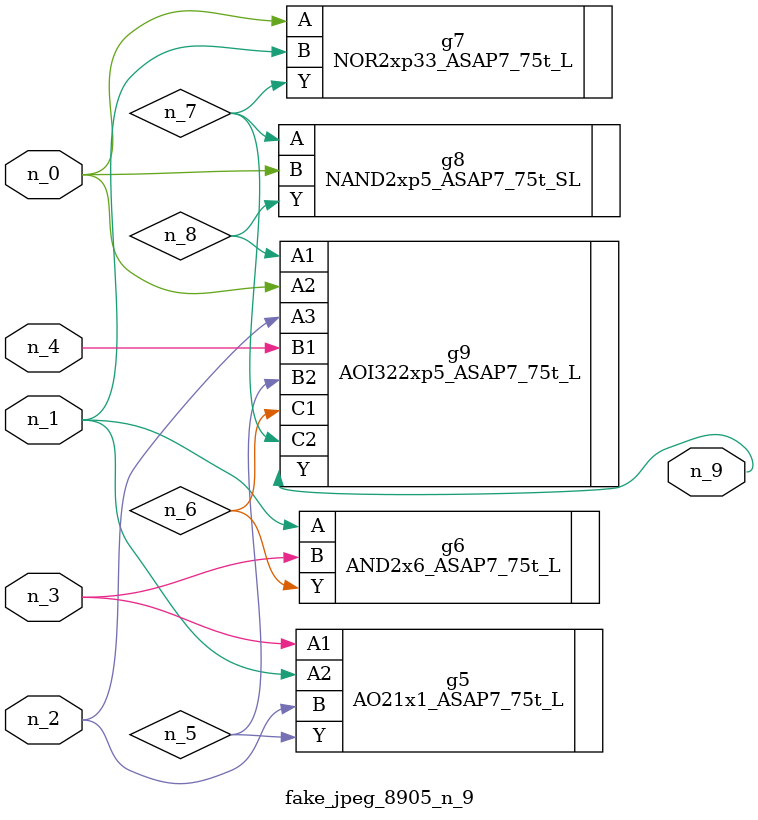
<source format=v>
module fake_jpeg_8905_n_9 (n_3, n_2, n_1, n_0, n_4, n_9);

input n_3;
input n_2;
input n_1;
input n_0;
input n_4;

output n_9;

wire n_8;
wire n_6;
wire n_5;
wire n_7;

AO21x1_ASAP7_75t_L g5 ( 
.A1(n_3),
.A2(n_1),
.B(n_2),
.Y(n_5)
);

AND2x6_ASAP7_75t_L g6 ( 
.A(n_1),
.B(n_3),
.Y(n_6)
);

NOR2xp33_ASAP7_75t_L g7 ( 
.A(n_0),
.B(n_1),
.Y(n_7)
);

NAND2xp5_ASAP7_75t_SL g8 ( 
.A(n_7),
.B(n_0),
.Y(n_8)
);

AOI322xp5_ASAP7_75t_L g9 ( 
.A1(n_8),
.A2(n_0),
.A3(n_2),
.B1(n_4),
.B2(n_5),
.C1(n_6),
.C2(n_7),
.Y(n_9)
);


endmodule
</source>
